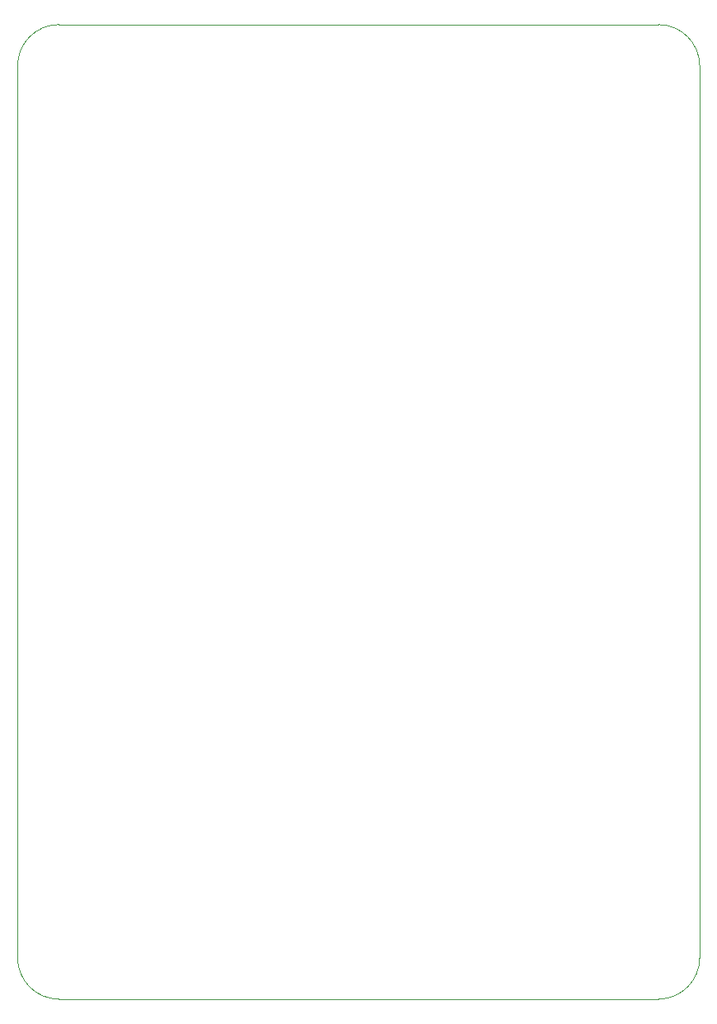
<source format=gbr>
%TF.GenerationSoftware,KiCad,Pcbnew,(6.0.5)*%
%TF.CreationDate,2023-05-26T17:46:03+02:00*%
%TF.ProjectId,EDUEXO-custom-PCB,45445545-584f-42d6-9375-73746f6d2d50,rev?*%
%TF.SameCoordinates,Original*%
%TF.FileFunction,Profile,NP*%
%FSLAX46Y46*%
G04 Gerber Fmt 4.6, Leading zero omitted, Abs format (unit mm)*
G04 Created by KiCad (PCBNEW (6.0.5)) date 2023-05-26 17:46:03*
%MOMM*%
%LPD*%
G01*
G04 APERTURE LIST*
%TA.AperFunction,Profile*%
%ADD10C,0.100000*%
%TD*%
G04 APERTURE END LIST*
D10*
X165000000Y-195750000D02*
X165000000Y-104250000D01*
X169250000Y-100000000D02*
X230750000Y-100000000D01*
X235000000Y-104250000D02*
X235000000Y-195750000D01*
X235000000Y-104250000D02*
G75*
G03*
X230750000Y-100000000I-4250000J0D01*
G01*
X169250000Y-100000000D02*
G75*
G03*
X165000000Y-104250000I0J-4250000D01*
G01*
X230750000Y-200000000D02*
X169250000Y-200000000D01*
X230750000Y-200000000D02*
G75*
G03*
X235000000Y-195750000I0J4250000D01*
G01*
X165000000Y-195750000D02*
G75*
G03*
X169250000Y-200000000I4250000J0D01*
G01*
M02*

</source>
